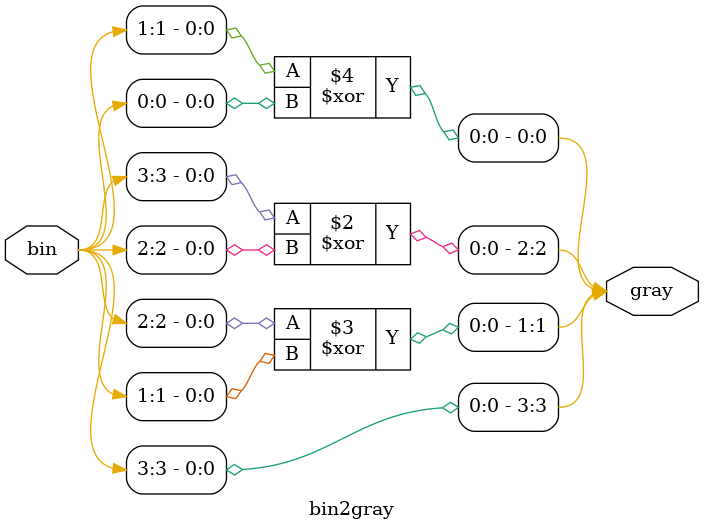
<source format=sv>
module bin2gray (
    input  logic [3:0] bin,
    output logic [3:0] gray
);

    always_comb begin
        gray[3] = bin[3];
        gray[2] = bin[3] ^ bin[2];
        gray[1] = bin[2] ^ bin[1];
        gray[0] = bin[1] ^ bin[0];
    end
endmodule

</source>
